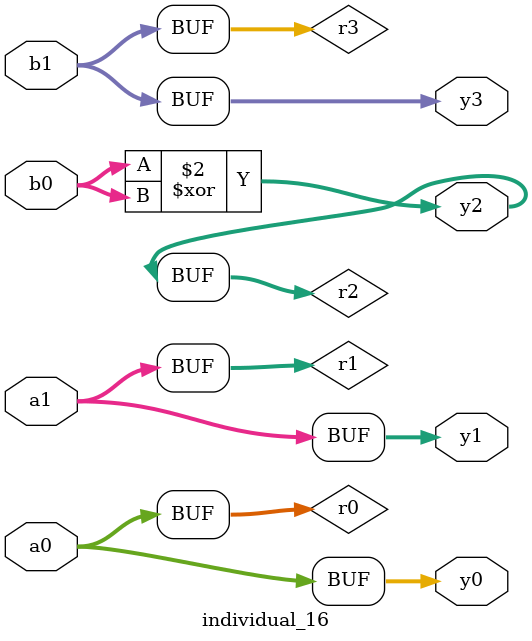
<source format=sv>
module individual_16(input logic [15:0] a1, input logic [15:0] a0, input logic [15:0] b1, input logic [15:0] b0, output logic [15:0] y3, output logic [15:0] y2, output logic [15:0] y1, output logic [15:0] y0);
logic [15:0] r0, r1, r2, r3; 
 always@(*) begin 
	 r0 = a0; r1 = a1; r2 = b0; r3 = b1; 
 	 r2  ^=  r2 ;
 	 y3 = r3; y2 = r2; y1 = r1; y0 = r0; 
end
endmodule
</source>
